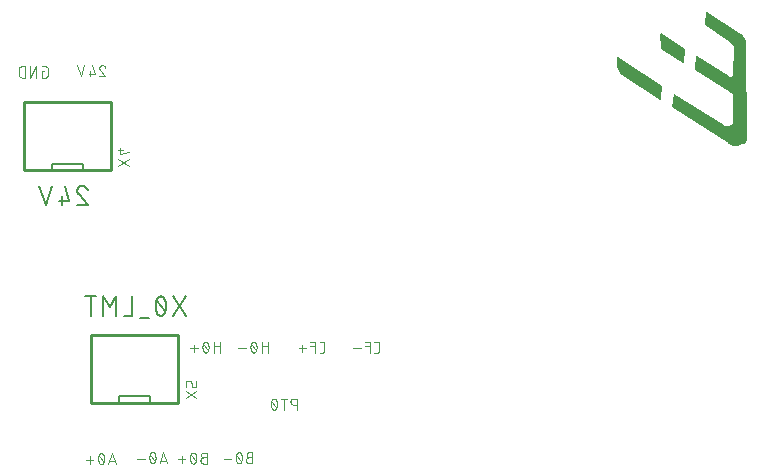
<source format=gbr>
G04 EAGLE Gerber RS-274X export*
G75*
%MOMM*%
%FSLAX34Y34*%
%LPD*%
%INSilkscreen Bottom*%
%IPPOS*%
%AMOC8*
5,1,8,0,0,1.08239X$1,22.5*%
G01*
%ADD10C,0.152400*%
%ADD11C,0.076200*%
%ADD12C,0.254000*%
%ADD13C,0.200000*%
%ADD14C,0.101600*%

G36*
X910878Y482846D02*
X910878Y482846D01*
X910906Y482854D01*
X910946Y482855D01*
X912768Y483271D01*
X912794Y483283D01*
X912833Y483292D01*
X914550Y484029D01*
X914553Y484031D01*
X914557Y484032D01*
X915520Y484468D01*
X915546Y484488D01*
X915590Y484509D01*
X916437Y485141D01*
X916459Y485167D01*
X916497Y485197D01*
X917189Y485996D01*
X917205Y486025D01*
X917236Y486063D01*
X917741Y486991D01*
X917750Y487024D01*
X917772Y487067D01*
X918067Y488082D01*
X918069Y488111D01*
X918081Y488215D01*
X918057Y488562D01*
X918061Y488588D01*
X918073Y488611D01*
X918072Y488646D01*
X918082Y488697D01*
X917828Y567941D01*
X917841Y569456D01*
X917835Y569480D01*
X917837Y569512D01*
X917626Y571013D01*
X917618Y571033D01*
X917617Y571052D01*
X917615Y571056D01*
X917614Y571068D01*
X917183Y572521D01*
X917171Y572542D01*
X917163Y572573D01*
X916523Y573947D01*
X916505Y573970D01*
X916488Y574006D01*
X915299Y575682D01*
X915279Y575700D01*
X915258Y575731D01*
X913805Y577184D01*
X913782Y577199D01*
X913756Y577225D01*
X912080Y578414D01*
X912074Y578416D01*
X912069Y578422D01*
X884637Y596456D01*
X884584Y596475D01*
X884535Y596503D01*
X884504Y596505D01*
X884474Y596515D01*
X884418Y596509D01*
X884362Y596512D01*
X884333Y596500D01*
X884302Y596497D01*
X884254Y596466D01*
X884202Y596444D01*
X884182Y596420D01*
X884156Y596404D01*
X884127Y596355D01*
X884090Y596312D01*
X884080Y596278D01*
X884066Y596255D01*
X884063Y596221D01*
X884049Y596173D01*
X883033Y585251D01*
X883040Y585207D01*
X883036Y585162D01*
X883051Y585122D01*
X883057Y585080D01*
X883082Y585042D01*
X883099Y585001D01*
X883135Y584965D01*
X883154Y584936D01*
X883177Y584923D01*
X883202Y584899D01*
X904269Y570939D01*
X905309Y570099D01*
X906162Y569092D01*
X906811Y567944D01*
X907234Y566694D01*
X907415Y565384D01*
X906655Y542835D01*
X906583Y542386D01*
X906412Y541992D01*
X906148Y541652D01*
X905808Y541388D01*
X905414Y541217D01*
X904983Y541148D01*
X904355Y541185D01*
X903738Y541339D01*
X903152Y541609D01*
X875996Y558867D01*
X875949Y558883D01*
X875907Y558908D01*
X875869Y558911D01*
X875832Y558924D01*
X875783Y558918D01*
X875734Y558922D01*
X875699Y558908D01*
X875660Y558903D01*
X875619Y558876D01*
X875574Y558857D01*
X875548Y558829D01*
X875516Y558807D01*
X875491Y558765D01*
X875458Y558728D01*
X875445Y558685D01*
X875429Y558658D01*
X875427Y558628D01*
X875414Y558590D01*
X874144Y547668D01*
X874150Y547616D01*
X874147Y547564D01*
X874160Y547531D01*
X874164Y547496D01*
X874192Y547452D01*
X874212Y547403D01*
X874242Y547375D01*
X874258Y547350D01*
X874285Y547334D01*
X874318Y547303D01*
X903768Y528516D01*
X905095Y527507D01*
X906225Y526307D01*
X906587Y525744D01*
X906826Y525123D01*
X906935Y524466D01*
X906908Y523763D01*
X906909Y523760D01*
X906908Y523757D01*
X906400Y502675D01*
X906400Y502674D01*
X906400Y502673D01*
X906389Y502070D01*
X906234Y501540D01*
X905945Y501070D01*
X905545Y500696D01*
X904510Y500186D01*
X904339Y500101D01*
X903030Y499692D01*
X901696Y499494D01*
X900627Y499630D01*
X899578Y499953D01*
X898586Y500457D01*
X856946Y526863D01*
X856899Y526879D01*
X856857Y526904D01*
X856819Y526907D01*
X856782Y526920D01*
X856733Y526914D01*
X856684Y526918D01*
X856649Y526903D01*
X856610Y526899D01*
X856569Y526872D01*
X856524Y526853D01*
X856498Y526824D01*
X856466Y526803D01*
X856441Y526761D01*
X856408Y526724D01*
X856394Y526681D01*
X856378Y526653D01*
X856376Y526624D01*
X856364Y526586D01*
X855094Y515664D01*
X855100Y515611D01*
X855097Y515558D01*
X855110Y515526D01*
X855114Y515492D01*
X855143Y515447D01*
X855163Y515398D01*
X855192Y515371D01*
X855208Y515346D01*
X855235Y515330D01*
X855268Y515299D01*
X901715Y485857D01*
X901939Y485633D01*
X901989Y485602D01*
X902034Y485564D01*
X902062Y485557D01*
X902086Y485542D01*
X902145Y485536D01*
X902180Y485527D01*
X903511Y484577D01*
X903530Y484569D01*
X903550Y484552D01*
X905189Y483656D01*
X905217Y483648D01*
X905252Y483628D01*
X907025Y483042D01*
X907055Y483039D01*
X907092Y483026D01*
X908943Y482769D01*
X908972Y482772D01*
X909012Y482766D01*
X910878Y482846D01*
G37*
G36*
X845328Y521853D02*
X845328Y521853D01*
X845387Y521851D01*
X845413Y521863D01*
X845441Y521866D01*
X845491Y521899D01*
X845545Y521923D01*
X845562Y521945D01*
X845586Y521961D01*
X845616Y522012D01*
X845654Y522058D01*
X845662Y522089D01*
X845675Y522110D01*
X845677Y522145D01*
X845691Y522198D01*
X846453Y533120D01*
X846447Y533160D01*
X846450Y533201D01*
X846433Y533244D01*
X846426Y533291D01*
X846402Y533324D01*
X846387Y533362D01*
X846346Y533402D01*
X846325Y533432D01*
X846305Y533442D01*
X846283Y533463D01*
X812003Y556063D01*
X808964Y558342D01*
X808887Y558376D01*
X808808Y558411D01*
X808807Y558411D01*
X808806Y558412D01*
X808721Y558408D01*
X808635Y558405D01*
X808634Y558404D01*
X808632Y558404D01*
X808557Y558362D01*
X808483Y558322D01*
X808482Y558321D01*
X808481Y558320D01*
X808431Y558248D01*
X808383Y558180D01*
X808383Y558179D01*
X808382Y558177D01*
X808380Y558165D01*
X808356Y558038D01*
X808356Y552196D01*
X808359Y552181D01*
X808357Y552163D01*
X808541Y550084D01*
X808550Y550057D01*
X808553Y550018D01*
X808590Y549882D01*
X808590Y549881D01*
X808693Y549501D01*
X808796Y549121D01*
X808899Y548741D01*
X809002Y548361D01*
X809002Y548360D01*
X809099Y548004D01*
X809109Y547984D01*
X809110Y547980D01*
X809114Y547972D01*
X809122Y547941D01*
X810013Y546054D01*
X810031Y546031D01*
X810047Y545996D01*
X811256Y544295D01*
X811277Y544276D01*
X811299Y544244D01*
X812787Y542781D01*
X812815Y542764D01*
X812848Y542733D01*
X845106Y521905D01*
X845162Y521885D01*
X845214Y521857D01*
X845242Y521856D01*
X845269Y521846D01*
X845328Y521853D01*
G37*
G36*
X864369Y552840D02*
X864369Y552840D01*
X864422Y552836D01*
X864454Y552850D01*
X864488Y552853D01*
X864533Y552882D01*
X864582Y552902D01*
X864605Y552928D01*
X864634Y552946D01*
X864662Y552992D01*
X864697Y553032D01*
X864709Y553070D01*
X864724Y553095D01*
X864726Y553127D01*
X864740Y553170D01*
X866010Y564600D01*
X866004Y564650D01*
X866008Y564700D01*
X865994Y564735D01*
X865989Y564772D01*
X865962Y564814D01*
X865943Y564861D01*
X865911Y564891D01*
X865895Y564917D01*
X865869Y564932D01*
X865838Y564961D01*
X845772Y577915D01*
X845701Y577941D01*
X845631Y577971D01*
X845620Y577970D01*
X845609Y577974D01*
X845534Y577965D01*
X845458Y577961D01*
X845448Y577955D01*
X845437Y577954D01*
X845373Y577912D01*
X845307Y577875D01*
X845301Y577865D01*
X845292Y577859D01*
X845253Y577794D01*
X845210Y577731D01*
X845208Y577719D01*
X845203Y577710D01*
X845201Y577673D01*
X845186Y577588D01*
X845440Y565396D01*
X845446Y565373D01*
X845444Y565349D01*
X845467Y565290D01*
X845483Y565228D01*
X845499Y565210D01*
X845507Y565188D01*
X845573Y565124D01*
X845596Y565097D01*
X845604Y565094D01*
X845611Y565086D01*
X864153Y552894D01*
X864203Y552876D01*
X864249Y552849D01*
X864283Y552847D01*
X864316Y552835D01*
X864369Y552840D01*
G37*
D10*
X443230Y339090D02*
X432393Y355346D01*
X443230Y355346D02*
X432393Y339090D01*
X426695Y347218D02*
X426691Y347538D01*
X426680Y347857D01*
X426661Y348177D01*
X426634Y348495D01*
X426600Y348813D01*
X426558Y349130D01*
X426508Y349446D01*
X426451Y349761D01*
X426387Y350074D01*
X426315Y350386D01*
X426236Y350696D01*
X426149Y351003D01*
X426055Y351309D01*
X425954Y351612D01*
X425845Y351913D01*
X425730Y352211D01*
X425607Y352507D01*
X425477Y352799D01*
X425340Y353088D01*
X425341Y353089D02*
X425302Y353197D01*
X425259Y353304D01*
X425213Y353409D01*
X425162Y353513D01*
X425109Y353615D01*
X425052Y353715D01*
X424991Y353813D01*
X424927Y353908D01*
X424860Y354002D01*
X424789Y354093D01*
X424716Y354182D01*
X424639Y354268D01*
X424560Y354351D01*
X424478Y354432D01*
X424393Y354510D01*
X424305Y354584D01*
X424215Y354656D01*
X424123Y354724D01*
X424028Y354790D01*
X423931Y354852D01*
X423832Y354910D01*
X423730Y354966D01*
X423628Y355017D01*
X423523Y355065D01*
X423417Y355110D01*
X423309Y355151D01*
X423200Y355188D01*
X423090Y355221D01*
X422978Y355250D01*
X422866Y355276D01*
X422753Y355298D01*
X422639Y355315D01*
X422525Y355329D01*
X422410Y355339D01*
X422295Y355345D01*
X422180Y355347D01*
X422180Y355346D02*
X422065Y355344D01*
X421950Y355338D01*
X421835Y355328D01*
X421721Y355314D01*
X421607Y355297D01*
X421494Y355275D01*
X421382Y355249D01*
X421270Y355220D01*
X421160Y355187D01*
X421051Y355150D01*
X420943Y355109D01*
X420837Y355064D01*
X420733Y355016D01*
X420630Y354965D01*
X420529Y354909D01*
X420429Y354851D01*
X420332Y354789D01*
X420238Y354724D01*
X420145Y354655D01*
X420055Y354583D01*
X419967Y354509D01*
X419882Y354431D01*
X419800Y354350D01*
X419721Y354267D01*
X419644Y354181D01*
X419571Y354092D01*
X419500Y354001D01*
X419433Y353907D01*
X419369Y353812D01*
X419308Y353714D01*
X419251Y353614D01*
X419198Y353512D01*
X419147Y353408D01*
X419101Y353303D01*
X419058Y353196D01*
X419019Y353088D01*
X419020Y353088D02*
X418883Y352799D01*
X418753Y352507D01*
X418630Y352211D01*
X418515Y351913D01*
X418406Y351612D01*
X418305Y351309D01*
X418211Y351003D01*
X418124Y350696D01*
X418045Y350386D01*
X417973Y350074D01*
X417909Y349761D01*
X417852Y349446D01*
X417802Y349130D01*
X417760Y348813D01*
X417726Y348495D01*
X417699Y348177D01*
X417680Y347857D01*
X417669Y347538D01*
X417665Y347218D01*
X426695Y347218D02*
X426691Y346898D01*
X426680Y346579D01*
X426661Y346259D01*
X426634Y345941D01*
X426600Y345623D01*
X426558Y345306D01*
X426508Y344990D01*
X426451Y344675D01*
X426387Y344362D01*
X426315Y344050D01*
X426236Y343740D01*
X426149Y343433D01*
X426055Y343127D01*
X425954Y342824D01*
X425845Y342523D01*
X425730Y342225D01*
X425607Y341929D01*
X425477Y341637D01*
X425340Y341348D01*
X425341Y341348D02*
X425302Y341240D01*
X425259Y341133D01*
X425213Y341028D01*
X425162Y340924D01*
X425109Y340822D01*
X425052Y340722D01*
X424991Y340624D01*
X424927Y340529D01*
X424860Y340435D01*
X424789Y340344D01*
X424716Y340255D01*
X424639Y340169D01*
X424560Y340086D01*
X424478Y340005D01*
X424393Y339927D01*
X424305Y339853D01*
X424215Y339781D01*
X424122Y339712D01*
X424028Y339647D01*
X423931Y339585D01*
X423831Y339527D01*
X423730Y339471D01*
X423628Y339420D01*
X423523Y339372D01*
X423417Y339327D01*
X423309Y339286D01*
X423200Y339249D01*
X423090Y339216D01*
X422978Y339187D01*
X422866Y339161D01*
X422753Y339139D01*
X422639Y339122D01*
X422525Y339108D01*
X422410Y339098D01*
X422295Y339092D01*
X422180Y339090D01*
X419020Y341348D02*
X418883Y341637D01*
X418753Y341929D01*
X418630Y342225D01*
X418515Y342523D01*
X418406Y342824D01*
X418305Y343127D01*
X418211Y343433D01*
X418124Y343740D01*
X418045Y344050D01*
X417973Y344362D01*
X417909Y344675D01*
X417852Y344990D01*
X417802Y345306D01*
X417760Y345623D01*
X417726Y345941D01*
X417699Y346259D01*
X417680Y346579D01*
X417669Y346898D01*
X417665Y347218D01*
X419019Y341348D02*
X419058Y341240D01*
X419101Y341133D01*
X419147Y341028D01*
X419198Y340924D01*
X419251Y340822D01*
X419309Y340722D01*
X419369Y340624D01*
X419433Y340529D01*
X419500Y340435D01*
X419571Y340344D01*
X419644Y340255D01*
X419721Y340169D01*
X419800Y340086D01*
X419882Y340005D01*
X419967Y339927D01*
X420055Y339853D01*
X420145Y339781D01*
X420238Y339712D01*
X420332Y339647D01*
X420429Y339585D01*
X420529Y339527D01*
X420630Y339471D01*
X420733Y339420D01*
X420837Y339372D01*
X420943Y339327D01*
X421051Y339286D01*
X421160Y339249D01*
X421270Y339216D01*
X421382Y339187D01*
X421494Y339161D01*
X421607Y339139D01*
X421721Y339122D01*
X421835Y339108D01*
X421950Y339098D01*
X422065Y339092D01*
X422180Y339090D01*
X425793Y342702D02*
X418568Y351734D01*
X411724Y337284D02*
X404500Y337284D01*
X398009Y339090D02*
X398009Y355346D01*
X398009Y339090D02*
X390784Y339090D01*
X384352Y339090D02*
X384352Y355346D01*
X378934Y346315D01*
X373515Y355346D01*
X373515Y339090D01*
X362781Y339090D02*
X362781Y355346D01*
X358266Y355346D02*
X367297Y355346D01*
X351395Y445008D02*
X351397Y445133D01*
X351403Y445258D01*
X351412Y445383D01*
X351426Y445507D01*
X351443Y445631D01*
X351464Y445755D01*
X351489Y445877D01*
X351518Y445999D01*
X351550Y446120D01*
X351586Y446240D01*
X351626Y446359D01*
X351669Y446476D01*
X351716Y446592D01*
X351767Y446707D01*
X351821Y446819D01*
X351879Y446931D01*
X351939Y447040D01*
X352004Y447147D01*
X352071Y447253D01*
X352142Y447356D01*
X352216Y447457D01*
X352293Y447556D01*
X352373Y447652D01*
X352456Y447746D01*
X352541Y447837D01*
X352630Y447926D01*
X352721Y448011D01*
X352815Y448094D01*
X352911Y448174D01*
X353010Y448251D01*
X353111Y448325D01*
X353214Y448396D01*
X353320Y448463D01*
X353427Y448528D01*
X353536Y448588D01*
X353648Y448646D01*
X353760Y448700D01*
X353875Y448751D01*
X353991Y448798D01*
X354108Y448841D01*
X354227Y448881D01*
X354347Y448917D01*
X354468Y448949D01*
X354590Y448978D01*
X354712Y449003D01*
X354836Y449024D01*
X354960Y449041D01*
X355084Y449055D01*
X355209Y449064D01*
X355334Y449070D01*
X355459Y449072D01*
X355602Y449070D01*
X355744Y449064D01*
X355887Y449054D01*
X356029Y449041D01*
X356170Y449023D01*
X356312Y449002D01*
X356452Y448977D01*
X356592Y448948D01*
X356731Y448915D01*
X356869Y448878D01*
X357006Y448838D01*
X357141Y448794D01*
X357276Y448746D01*
X357409Y448694D01*
X357541Y448639D01*
X357671Y448580D01*
X357799Y448518D01*
X357926Y448452D01*
X358051Y448383D01*
X358174Y448311D01*
X358295Y448235D01*
X358413Y448156D01*
X358530Y448073D01*
X358644Y447988D01*
X358756Y447899D01*
X358865Y447808D01*
X358972Y447713D01*
X359077Y447616D01*
X359178Y447515D01*
X359277Y447412D01*
X359373Y447307D01*
X359466Y447198D01*
X359556Y447087D01*
X359643Y446974D01*
X359727Y446859D01*
X359807Y446741D01*
X359885Y446621D01*
X359959Y446499D01*
X360029Y446375D01*
X360097Y446249D01*
X360160Y446121D01*
X360221Y445992D01*
X360278Y445861D01*
X360331Y445729D01*
X360380Y445595D01*
X360426Y445460D01*
X352750Y441847D02*
X352656Y441939D01*
X352566Y442033D01*
X352478Y442130D01*
X352393Y442230D01*
X352311Y442332D01*
X352232Y442437D01*
X352157Y442544D01*
X352085Y442653D01*
X352016Y442764D01*
X351950Y442878D01*
X351888Y442993D01*
X351829Y443110D01*
X351774Y443229D01*
X351723Y443349D01*
X351675Y443471D01*
X351630Y443594D01*
X351590Y443718D01*
X351553Y443844D01*
X351520Y443971D01*
X351491Y444098D01*
X351465Y444227D01*
X351444Y444356D01*
X351426Y444486D01*
X351413Y444616D01*
X351403Y444746D01*
X351397Y444877D01*
X351395Y445008D01*
X352750Y441847D02*
X360426Y432816D01*
X351395Y432816D01*
X344795Y436428D02*
X341182Y449072D01*
X344795Y436428D02*
X335764Y436428D01*
X338473Y440041D02*
X338473Y432816D01*
X324648Y432816D02*
X330067Y449072D01*
X319229Y449072D02*
X324648Y432816D01*
D11*
X370063Y548704D02*
X370065Y548799D01*
X370071Y548893D01*
X370080Y548987D01*
X370093Y549081D01*
X370110Y549174D01*
X370131Y549266D01*
X370156Y549358D01*
X370184Y549448D01*
X370216Y549537D01*
X370251Y549625D01*
X370290Y549711D01*
X370332Y549796D01*
X370378Y549879D01*
X370427Y549960D01*
X370479Y550039D01*
X370534Y550116D01*
X370593Y550190D01*
X370654Y550262D01*
X370718Y550332D01*
X370785Y550399D01*
X370855Y550463D01*
X370927Y550524D01*
X371001Y550583D01*
X371078Y550638D01*
X371157Y550690D01*
X371238Y550739D01*
X371321Y550785D01*
X371406Y550827D01*
X371492Y550866D01*
X371580Y550901D01*
X371669Y550933D01*
X371759Y550961D01*
X371851Y550986D01*
X371943Y551007D01*
X372036Y551024D01*
X372130Y551037D01*
X372224Y551046D01*
X372318Y551052D01*
X372413Y551054D01*
X372413Y551053D02*
X372521Y551051D01*
X372630Y551045D01*
X372738Y551035D01*
X372845Y551022D01*
X372952Y551004D01*
X373059Y550983D01*
X373164Y550958D01*
X373269Y550929D01*
X373372Y550897D01*
X373474Y550860D01*
X373575Y550820D01*
X373674Y550777D01*
X373772Y550730D01*
X373868Y550679D01*
X373962Y550625D01*
X374054Y550568D01*
X374144Y550507D01*
X374232Y550443D01*
X374317Y550377D01*
X374400Y550307D01*
X374480Y550234D01*
X374558Y550158D01*
X374633Y550080D01*
X374705Y549999D01*
X374774Y549915D01*
X374840Y549829D01*
X374903Y549741D01*
X374962Y549650D01*
X375019Y549558D01*
X375072Y549463D01*
X375121Y549366D01*
X375167Y549268D01*
X375210Y549169D01*
X375249Y549067D01*
X375284Y548965D01*
X370847Y546876D02*
X370778Y546945D01*
X370712Y547016D01*
X370648Y547089D01*
X370587Y547165D01*
X370529Y547244D01*
X370475Y547324D01*
X370423Y547407D01*
X370375Y547491D01*
X370329Y547577D01*
X370288Y547665D01*
X370249Y547755D01*
X370214Y547846D01*
X370183Y547938D01*
X370155Y548031D01*
X370131Y548125D01*
X370111Y548220D01*
X370094Y548316D01*
X370081Y548413D01*
X370072Y548510D01*
X370066Y548607D01*
X370064Y548704D01*
X370847Y546876D02*
X375285Y541655D01*
X370064Y541655D01*
X366141Y543743D02*
X364053Y551053D01*
X366141Y543743D02*
X360920Y543743D01*
X362486Y545832D02*
X362486Y541655D01*
X354387Y541655D02*
X357519Y551053D01*
X351254Y551053D02*
X354387Y541655D01*
X322862Y545860D02*
X321296Y545860D01*
X321296Y540639D01*
X324429Y540639D01*
X324518Y540641D01*
X324606Y540647D01*
X324694Y540656D01*
X324782Y540669D01*
X324869Y540686D01*
X324955Y540706D01*
X325040Y540731D01*
X325125Y540758D01*
X325208Y540790D01*
X325289Y540824D01*
X325369Y540863D01*
X325447Y540904D01*
X325524Y540949D01*
X325598Y540997D01*
X325671Y541048D01*
X325741Y541102D01*
X325808Y541160D01*
X325874Y541220D01*
X325936Y541282D01*
X325996Y541348D01*
X326054Y541415D01*
X326108Y541485D01*
X326159Y541558D01*
X326207Y541632D01*
X326252Y541709D01*
X326293Y541787D01*
X326332Y541867D01*
X326366Y541948D01*
X326398Y542031D01*
X326425Y542116D01*
X326450Y542201D01*
X326470Y542287D01*
X326487Y542374D01*
X326500Y542462D01*
X326509Y542550D01*
X326515Y542638D01*
X326517Y542727D01*
X326517Y547949D01*
X326515Y548038D01*
X326509Y548126D01*
X326500Y548214D01*
X326487Y548302D01*
X326470Y548389D01*
X326450Y548475D01*
X326425Y548560D01*
X326398Y548645D01*
X326366Y548728D01*
X326332Y548809D01*
X326293Y548889D01*
X326252Y548967D01*
X326207Y549044D01*
X326159Y549118D01*
X326108Y549191D01*
X326054Y549261D01*
X325996Y549328D01*
X325936Y549394D01*
X325874Y549456D01*
X325808Y549516D01*
X325741Y549574D01*
X325671Y549628D01*
X325598Y549679D01*
X325524Y549727D01*
X325447Y549772D01*
X325369Y549813D01*
X325289Y549852D01*
X325208Y549886D01*
X325125Y549918D01*
X325040Y549945D01*
X324955Y549970D01*
X324869Y549990D01*
X324782Y550007D01*
X324694Y550020D01*
X324606Y550029D01*
X324518Y550035D01*
X324429Y550037D01*
X321296Y550037D01*
X316763Y550037D02*
X316763Y540639D01*
X311542Y540639D02*
X316763Y550037D01*
X311542Y550037D02*
X311542Y540639D01*
X307010Y540639D02*
X307010Y550037D01*
X304399Y550037D01*
X304299Y550035D01*
X304199Y550029D01*
X304100Y550020D01*
X304000Y550006D01*
X303902Y549989D01*
X303804Y549968D01*
X303707Y549944D01*
X303611Y549915D01*
X303516Y549883D01*
X303423Y549848D01*
X303331Y549809D01*
X303240Y549766D01*
X303152Y549720D01*
X303065Y549670D01*
X302980Y549618D01*
X302897Y549562D01*
X302816Y549503D01*
X302738Y549440D01*
X302662Y549375D01*
X302588Y549307D01*
X302518Y549237D01*
X302450Y549163D01*
X302385Y549087D01*
X302322Y549009D01*
X302263Y548928D01*
X302207Y548845D01*
X302155Y548760D01*
X302105Y548673D01*
X302059Y548585D01*
X302016Y548494D01*
X301977Y548402D01*
X301942Y548309D01*
X301910Y548214D01*
X301881Y548118D01*
X301857Y548021D01*
X301836Y547923D01*
X301819Y547825D01*
X301805Y547725D01*
X301796Y547626D01*
X301790Y547526D01*
X301788Y547426D01*
X301789Y547426D02*
X301789Y543250D01*
X301788Y543250D02*
X301790Y543150D01*
X301796Y543050D01*
X301805Y542951D01*
X301819Y542851D01*
X301836Y542753D01*
X301857Y542655D01*
X301881Y542558D01*
X301910Y542462D01*
X301942Y542367D01*
X301977Y542274D01*
X302016Y542182D01*
X302059Y542091D01*
X302105Y542003D01*
X302155Y541916D01*
X302207Y541831D01*
X302263Y541748D01*
X302322Y541667D01*
X302385Y541589D01*
X302450Y541513D01*
X302518Y541439D01*
X302588Y541369D01*
X302662Y541301D01*
X302738Y541236D01*
X302816Y541173D01*
X302897Y541114D01*
X302980Y541058D01*
X303065Y541006D01*
X303152Y540956D01*
X303240Y540910D01*
X303331Y540867D01*
X303423Y540828D01*
X303516Y540793D01*
X303611Y540761D01*
X303707Y540732D01*
X303804Y540708D01*
X303902Y540687D01*
X304000Y540670D01*
X304100Y540656D01*
X304199Y540647D01*
X304299Y540641D01*
X304399Y540639D01*
X307010Y540639D01*
X603010Y307721D02*
X605099Y307721D01*
X605188Y307723D01*
X605276Y307729D01*
X605364Y307738D01*
X605452Y307751D01*
X605539Y307768D01*
X605625Y307788D01*
X605710Y307813D01*
X605795Y307840D01*
X605878Y307872D01*
X605959Y307906D01*
X606039Y307945D01*
X606117Y307986D01*
X606194Y308031D01*
X606268Y308079D01*
X606341Y308130D01*
X606411Y308184D01*
X606478Y308242D01*
X606544Y308302D01*
X606606Y308364D01*
X606666Y308430D01*
X606724Y308497D01*
X606778Y308567D01*
X606829Y308640D01*
X606877Y308714D01*
X606922Y308791D01*
X606963Y308869D01*
X607002Y308949D01*
X607036Y309030D01*
X607068Y309113D01*
X607095Y309198D01*
X607120Y309283D01*
X607140Y309369D01*
X607157Y309456D01*
X607170Y309544D01*
X607179Y309632D01*
X607185Y309720D01*
X607187Y309809D01*
X607187Y315031D01*
X607185Y315120D01*
X607179Y315208D01*
X607170Y315296D01*
X607157Y315384D01*
X607140Y315471D01*
X607120Y315557D01*
X607095Y315642D01*
X607068Y315727D01*
X607036Y315810D01*
X607002Y315891D01*
X606963Y315971D01*
X606922Y316049D01*
X606877Y316126D01*
X606829Y316200D01*
X606778Y316273D01*
X606724Y316343D01*
X606666Y316410D01*
X606606Y316476D01*
X606544Y316538D01*
X606478Y316598D01*
X606411Y316656D01*
X606341Y316710D01*
X606268Y316761D01*
X606194Y316809D01*
X606117Y316854D01*
X606039Y316895D01*
X605959Y316934D01*
X605878Y316968D01*
X605795Y317000D01*
X605710Y317027D01*
X605625Y317052D01*
X605539Y317072D01*
X605452Y317089D01*
X605364Y317102D01*
X605276Y317111D01*
X605188Y317117D01*
X605099Y317119D01*
X603010Y317119D01*
X599219Y317119D02*
X599219Y307721D01*
X599219Y317119D02*
X595042Y317119D01*
X595042Y312942D02*
X599219Y312942D01*
X591529Y311376D02*
X585264Y311376D01*
X558617Y307721D02*
X556528Y307721D01*
X558617Y307721D02*
X558706Y307723D01*
X558794Y307729D01*
X558882Y307738D01*
X558970Y307751D01*
X559057Y307768D01*
X559143Y307788D01*
X559228Y307813D01*
X559313Y307840D01*
X559396Y307872D01*
X559477Y307906D01*
X559557Y307945D01*
X559635Y307986D01*
X559712Y308031D01*
X559786Y308079D01*
X559859Y308130D01*
X559929Y308184D01*
X559996Y308242D01*
X560062Y308302D01*
X560124Y308364D01*
X560184Y308430D01*
X560242Y308497D01*
X560296Y308567D01*
X560347Y308640D01*
X560395Y308714D01*
X560440Y308791D01*
X560481Y308869D01*
X560520Y308949D01*
X560554Y309030D01*
X560586Y309113D01*
X560613Y309198D01*
X560638Y309283D01*
X560658Y309369D01*
X560675Y309456D01*
X560688Y309544D01*
X560697Y309632D01*
X560703Y309720D01*
X560705Y309809D01*
X560705Y315031D01*
X560703Y315120D01*
X560697Y315208D01*
X560688Y315296D01*
X560675Y315384D01*
X560658Y315471D01*
X560638Y315557D01*
X560613Y315642D01*
X560586Y315727D01*
X560554Y315810D01*
X560520Y315891D01*
X560481Y315971D01*
X560440Y316049D01*
X560395Y316126D01*
X560347Y316200D01*
X560296Y316273D01*
X560242Y316343D01*
X560184Y316410D01*
X560124Y316476D01*
X560062Y316538D01*
X559996Y316598D01*
X559929Y316656D01*
X559859Y316710D01*
X559786Y316761D01*
X559712Y316809D01*
X559635Y316854D01*
X559557Y316895D01*
X559477Y316934D01*
X559396Y316968D01*
X559313Y317000D01*
X559228Y317027D01*
X559143Y317052D01*
X559057Y317072D01*
X558970Y317089D01*
X558882Y317102D01*
X558794Y317111D01*
X558706Y317117D01*
X558617Y317119D01*
X556528Y317119D01*
X552737Y317119D02*
X552737Y307721D01*
X552737Y317119D02*
X548560Y317119D01*
X548560Y312942D02*
X552737Y312942D01*
X545047Y311376D02*
X538782Y311376D01*
X541914Y314508D02*
X541914Y308243D01*
X537083Y268859D02*
X537083Y259461D01*
X537083Y268859D02*
X534472Y268859D01*
X534371Y268857D01*
X534270Y268851D01*
X534169Y268841D01*
X534069Y268828D01*
X533969Y268810D01*
X533870Y268789D01*
X533772Y268763D01*
X533675Y268734D01*
X533579Y268702D01*
X533485Y268665D01*
X533392Y268625D01*
X533300Y268581D01*
X533211Y268534D01*
X533123Y268483D01*
X533037Y268429D01*
X532954Y268372D01*
X532872Y268312D01*
X532794Y268248D01*
X532717Y268182D01*
X532644Y268112D01*
X532573Y268040D01*
X532505Y267965D01*
X532440Y267887D01*
X532378Y267807D01*
X532319Y267725D01*
X532263Y267640D01*
X532211Y267554D01*
X532162Y267465D01*
X532116Y267374D01*
X532075Y267282D01*
X532036Y267188D01*
X532002Y267093D01*
X531971Y266997D01*
X531944Y266899D01*
X531920Y266801D01*
X531901Y266701D01*
X531885Y266601D01*
X531873Y266501D01*
X531865Y266400D01*
X531861Y266299D01*
X531861Y266197D01*
X531865Y266096D01*
X531873Y265995D01*
X531885Y265895D01*
X531901Y265795D01*
X531920Y265695D01*
X531944Y265597D01*
X531971Y265499D01*
X532002Y265403D01*
X532036Y265308D01*
X532075Y265214D01*
X532116Y265122D01*
X532162Y265031D01*
X532211Y264943D01*
X532263Y264856D01*
X532319Y264771D01*
X532378Y264689D01*
X532440Y264609D01*
X532505Y264531D01*
X532573Y264456D01*
X532644Y264384D01*
X532717Y264314D01*
X532794Y264248D01*
X532872Y264184D01*
X532954Y264124D01*
X533037Y264067D01*
X533123Y264013D01*
X533211Y263962D01*
X533300Y263915D01*
X533392Y263871D01*
X533485Y263831D01*
X533579Y263794D01*
X533675Y263762D01*
X533772Y263733D01*
X533870Y263707D01*
X533969Y263686D01*
X534069Y263668D01*
X534169Y263655D01*
X534270Y263645D01*
X534371Y263639D01*
X534472Y263637D01*
X534472Y263638D02*
X537083Y263638D01*
X526374Y259461D02*
X526374Y268859D01*
X523764Y268859D02*
X528985Y268859D01*
X519668Y267554D02*
X519747Y267387D01*
X519822Y267218D01*
X519893Y267047D01*
X519960Y266875D01*
X520022Y266701D01*
X520081Y266525D01*
X520135Y266349D01*
X520185Y266171D01*
X520231Y265991D01*
X520273Y265811D01*
X520310Y265630D01*
X520343Y265448D01*
X520372Y265266D01*
X520396Y265082D01*
X520416Y264898D01*
X520431Y264714D01*
X520442Y264530D01*
X520449Y264345D01*
X520451Y264160D01*
X519668Y267554D02*
X519638Y267634D01*
X519605Y267713D01*
X519568Y267790D01*
X519528Y267866D01*
X519485Y267940D01*
X519439Y268012D01*
X519389Y268081D01*
X519337Y268149D01*
X519281Y268214D01*
X519223Y268277D01*
X519161Y268336D01*
X519098Y268394D01*
X519031Y268448D01*
X518963Y268499D01*
X518892Y268547D01*
X518819Y268592D01*
X518745Y268634D01*
X518668Y268672D01*
X518590Y268707D01*
X518511Y268739D01*
X518430Y268767D01*
X518348Y268791D01*
X518264Y268812D01*
X518181Y268829D01*
X518096Y268842D01*
X518011Y268851D01*
X517926Y268857D01*
X517840Y268859D01*
X517754Y268857D01*
X517669Y268851D01*
X517584Y268842D01*
X517499Y268829D01*
X517416Y268812D01*
X517332Y268791D01*
X517250Y268767D01*
X517170Y268739D01*
X517090Y268707D01*
X517012Y268672D01*
X516935Y268634D01*
X516861Y268592D01*
X516788Y268547D01*
X516717Y268499D01*
X516649Y268448D01*
X516582Y268394D01*
X516519Y268336D01*
X516458Y268277D01*
X516399Y268214D01*
X516344Y268149D01*
X516291Y268081D01*
X516241Y268012D01*
X516195Y267940D01*
X516152Y267866D01*
X516112Y267790D01*
X516075Y267713D01*
X516042Y267634D01*
X516012Y267554D01*
X515933Y267387D01*
X515858Y267218D01*
X515787Y267047D01*
X515720Y266875D01*
X515658Y266701D01*
X515599Y266525D01*
X515545Y266349D01*
X515495Y266171D01*
X515449Y265991D01*
X515407Y265811D01*
X515370Y265630D01*
X515337Y265448D01*
X515308Y265266D01*
X515284Y265082D01*
X515264Y264898D01*
X515249Y264714D01*
X515238Y264530D01*
X515231Y264345D01*
X515229Y264160D01*
X520450Y264160D02*
X520448Y263975D01*
X520441Y263790D01*
X520430Y263606D01*
X520415Y263422D01*
X520395Y263238D01*
X520371Y263054D01*
X520342Y262872D01*
X520309Y262690D01*
X520272Y262509D01*
X520230Y262329D01*
X520184Y262149D01*
X520134Y261971D01*
X520080Y261795D01*
X520021Y261619D01*
X519959Y261445D01*
X519892Y261273D01*
X519821Y261102D01*
X519746Y260933D01*
X519667Y260766D01*
X519668Y260766D02*
X519638Y260686D01*
X519605Y260607D01*
X519568Y260530D01*
X519528Y260454D01*
X519485Y260380D01*
X519439Y260308D01*
X519389Y260239D01*
X519336Y260171D01*
X519281Y260106D01*
X519222Y260043D01*
X519161Y259984D01*
X519098Y259926D01*
X519031Y259872D01*
X518963Y259821D01*
X518892Y259773D01*
X518819Y259728D01*
X518745Y259686D01*
X518668Y259648D01*
X518590Y259613D01*
X518511Y259581D01*
X518430Y259553D01*
X518348Y259529D01*
X518264Y259508D01*
X518181Y259491D01*
X518096Y259478D01*
X518011Y259469D01*
X517926Y259463D01*
X517840Y259461D01*
X516012Y260766D02*
X515933Y260933D01*
X515858Y261102D01*
X515787Y261273D01*
X515720Y261445D01*
X515658Y261619D01*
X515599Y261795D01*
X515545Y261971D01*
X515495Y262149D01*
X515449Y262329D01*
X515407Y262509D01*
X515370Y262690D01*
X515337Y262872D01*
X515308Y263054D01*
X515284Y263238D01*
X515264Y263422D01*
X515249Y263606D01*
X515238Y263790D01*
X515231Y263975D01*
X515229Y264160D01*
X516012Y260766D02*
X516042Y260686D01*
X516075Y260607D01*
X516112Y260530D01*
X516152Y260454D01*
X516195Y260380D01*
X516241Y260308D01*
X516291Y260239D01*
X516344Y260171D01*
X516399Y260106D01*
X516458Y260043D01*
X516519Y259984D01*
X516582Y259926D01*
X516649Y259872D01*
X516717Y259821D01*
X516788Y259773D01*
X516861Y259728D01*
X516935Y259686D01*
X517012Y259648D01*
X517090Y259613D01*
X517170Y259581D01*
X517250Y259553D01*
X517332Y259529D01*
X517416Y259508D01*
X517499Y259491D01*
X517584Y259478D01*
X517669Y259469D01*
X517754Y259463D01*
X517840Y259461D01*
X519928Y261549D02*
X515751Y266771D01*
X512699Y307721D02*
X512699Y317119D01*
X512699Y312942D02*
X507478Y312942D01*
X507478Y317119D02*
X507478Y307721D01*
X503251Y312420D02*
X503249Y312605D01*
X503242Y312790D01*
X503231Y312974D01*
X503216Y313158D01*
X503196Y313342D01*
X503172Y313526D01*
X503143Y313708D01*
X503110Y313890D01*
X503073Y314071D01*
X503031Y314251D01*
X502985Y314431D01*
X502935Y314609D01*
X502881Y314785D01*
X502822Y314961D01*
X502760Y315135D01*
X502693Y315307D01*
X502622Y315478D01*
X502547Y315647D01*
X502468Y315814D01*
X502438Y315894D01*
X502405Y315973D01*
X502368Y316050D01*
X502328Y316126D01*
X502285Y316200D01*
X502239Y316272D01*
X502189Y316341D01*
X502137Y316409D01*
X502081Y316474D01*
X502023Y316537D01*
X501961Y316596D01*
X501898Y316654D01*
X501831Y316708D01*
X501763Y316759D01*
X501692Y316807D01*
X501619Y316852D01*
X501545Y316894D01*
X501468Y316932D01*
X501390Y316967D01*
X501311Y316999D01*
X501230Y317027D01*
X501148Y317051D01*
X501064Y317072D01*
X500981Y317089D01*
X500896Y317102D01*
X500811Y317111D01*
X500726Y317117D01*
X500640Y317119D01*
X500554Y317117D01*
X500469Y317111D01*
X500384Y317102D01*
X500299Y317089D01*
X500216Y317072D01*
X500132Y317051D01*
X500050Y317027D01*
X499970Y316999D01*
X499890Y316967D01*
X499812Y316932D01*
X499735Y316894D01*
X499661Y316852D01*
X499588Y316807D01*
X499517Y316759D01*
X499449Y316708D01*
X499382Y316654D01*
X499319Y316596D01*
X499258Y316537D01*
X499199Y316474D01*
X499144Y316409D01*
X499091Y316341D01*
X499041Y316272D01*
X498995Y316200D01*
X498952Y316126D01*
X498912Y316050D01*
X498875Y315973D01*
X498842Y315894D01*
X498812Y315814D01*
X498733Y315647D01*
X498658Y315478D01*
X498587Y315307D01*
X498520Y315135D01*
X498458Y314961D01*
X498399Y314785D01*
X498345Y314609D01*
X498295Y314431D01*
X498249Y314251D01*
X498207Y314071D01*
X498170Y313890D01*
X498137Y313708D01*
X498108Y313526D01*
X498084Y313342D01*
X498064Y313158D01*
X498049Y312974D01*
X498038Y312790D01*
X498031Y312605D01*
X498029Y312420D01*
X503250Y312420D02*
X503248Y312235D01*
X503241Y312050D01*
X503230Y311866D01*
X503215Y311682D01*
X503195Y311498D01*
X503171Y311314D01*
X503142Y311132D01*
X503109Y310950D01*
X503072Y310769D01*
X503030Y310589D01*
X502984Y310409D01*
X502934Y310231D01*
X502880Y310055D01*
X502821Y309879D01*
X502759Y309705D01*
X502692Y309533D01*
X502621Y309362D01*
X502546Y309193D01*
X502467Y309026D01*
X502468Y309026D02*
X502438Y308946D01*
X502405Y308867D01*
X502368Y308790D01*
X502328Y308714D01*
X502285Y308640D01*
X502239Y308568D01*
X502189Y308499D01*
X502136Y308431D01*
X502081Y308366D01*
X502022Y308303D01*
X501961Y308244D01*
X501898Y308186D01*
X501831Y308132D01*
X501763Y308081D01*
X501692Y308033D01*
X501619Y307988D01*
X501545Y307946D01*
X501468Y307908D01*
X501390Y307873D01*
X501311Y307841D01*
X501230Y307813D01*
X501148Y307789D01*
X501064Y307768D01*
X500981Y307751D01*
X500896Y307738D01*
X500811Y307729D01*
X500726Y307723D01*
X500640Y307721D01*
X498812Y309026D02*
X498733Y309193D01*
X498658Y309362D01*
X498587Y309533D01*
X498520Y309705D01*
X498458Y309879D01*
X498399Y310055D01*
X498345Y310231D01*
X498295Y310409D01*
X498249Y310589D01*
X498207Y310769D01*
X498170Y310950D01*
X498137Y311132D01*
X498108Y311314D01*
X498084Y311498D01*
X498064Y311682D01*
X498049Y311866D01*
X498038Y312050D01*
X498031Y312235D01*
X498029Y312420D01*
X498812Y309026D02*
X498842Y308946D01*
X498875Y308867D01*
X498912Y308790D01*
X498952Y308714D01*
X498995Y308640D01*
X499041Y308568D01*
X499091Y308499D01*
X499144Y308431D01*
X499199Y308366D01*
X499258Y308303D01*
X499319Y308244D01*
X499382Y308186D01*
X499449Y308132D01*
X499517Y308081D01*
X499588Y308033D01*
X499661Y307988D01*
X499735Y307946D01*
X499812Y307908D01*
X499890Y307873D01*
X499970Y307841D01*
X500050Y307813D01*
X500132Y307789D01*
X500216Y307768D01*
X500299Y307751D01*
X500384Y307738D01*
X500469Y307729D01*
X500554Y307723D01*
X500640Y307721D01*
X502728Y309809D02*
X498551Y315031D01*
X494019Y311376D02*
X487753Y311376D01*
X472059Y307721D02*
X472059Y317119D01*
X472059Y312942D02*
X466838Y312942D01*
X466838Y317119D02*
X466838Y307721D01*
X462611Y312420D02*
X462609Y312605D01*
X462602Y312790D01*
X462591Y312974D01*
X462576Y313158D01*
X462556Y313342D01*
X462532Y313526D01*
X462503Y313708D01*
X462470Y313890D01*
X462433Y314071D01*
X462391Y314251D01*
X462345Y314431D01*
X462295Y314609D01*
X462241Y314785D01*
X462182Y314961D01*
X462120Y315135D01*
X462053Y315307D01*
X461982Y315478D01*
X461907Y315647D01*
X461828Y315814D01*
X461798Y315894D01*
X461765Y315973D01*
X461728Y316050D01*
X461688Y316126D01*
X461645Y316200D01*
X461599Y316272D01*
X461549Y316341D01*
X461497Y316409D01*
X461441Y316474D01*
X461383Y316537D01*
X461321Y316596D01*
X461258Y316654D01*
X461191Y316708D01*
X461123Y316759D01*
X461052Y316807D01*
X460979Y316852D01*
X460905Y316894D01*
X460828Y316932D01*
X460750Y316967D01*
X460671Y316999D01*
X460590Y317027D01*
X460508Y317051D01*
X460424Y317072D01*
X460341Y317089D01*
X460256Y317102D01*
X460171Y317111D01*
X460086Y317117D01*
X460000Y317119D01*
X459914Y317117D01*
X459829Y317111D01*
X459744Y317102D01*
X459659Y317089D01*
X459576Y317072D01*
X459492Y317051D01*
X459410Y317027D01*
X459330Y316999D01*
X459250Y316967D01*
X459172Y316932D01*
X459095Y316894D01*
X459021Y316852D01*
X458948Y316807D01*
X458877Y316759D01*
X458809Y316708D01*
X458742Y316654D01*
X458679Y316596D01*
X458618Y316537D01*
X458559Y316474D01*
X458504Y316409D01*
X458451Y316341D01*
X458401Y316272D01*
X458355Y316200D01*
X458312Y316126D01*
X458272Y316050D01*
X458235Y315973D01*
X458202Y315894D01*
X458172Y315814D01*
X458093Y315647D01*
X458018Y315478D01*
X457947Y315307D01*
X457880Y315135D01*
X457818Y314961D01*
X457759Y314785D01*
X457705Y314609D01*
X457655Y314431D01*
X457609Y314251D01*
X457567Y314071D01*
X457530Y313890D01*
X457497Y313708D01*
X457468Y313526D01*
X457444Y313342D01*
X457424Y313158D01*
X457409Y312974D01*
X457398Y312790D01*
X457391Y312605D01*
X457389Y312420D01*
X462610Y312420D02*
X462608Y312235D01*
X462601Y312050D01*
X462590Y311866D01*
X462575Y311682D01*
X462555Y311498D01*
X462531Y311314D01*
X462502Y311132D01*
X462469Y310950D01*
X462432Y310769D01*
X462390Y310589D01*
X462344Y310409D01*
X462294Y310231D01*
X462240Y310055D01*
X462181Y309879D01*
X462119Y309705D01*
X462052Y309533D01*
X461981Y309362D01*
X461906Y309193D01*
X461827Y309026D01*
X461828Y309026D02*
X461798Y308946D01*
X461765Y308867D01*
X461728Y308790D01*
X461688Y308714D01*
X461645Y308640D01*
X461599Y308568D01*
X461549Y308499D01*
X461496Y308431D01*
X461441Y308366D01*
X461382Y308303D01*
X461321Y308244D01*
X461258Y308186D01*
X461191Y308132D01*
X461123Y308081D01*
X461052Y308033D01*
X460979Y307988D01*
X460905Y307946D01*
X460828Y307908D01*
X460750Y307873D01*
X460671Y307841D01*
X460590Y307813D01*
X460508Y307789D01*
X460424Y307768D01*
X460341Y307751D01*
X460256Y307738D01*
X460171Y307729D01*
X460086Y307723D01*
X460000Y307721D01*
X458172Y309026D02*
X458093Y309193D01*
X458018Y309362D01*
X457947Y309533D01*
X457880Y309705D01*
X457818Y309879D01*
X457759Y310055D01*
X457705Y310231D01*
X457655Y310409D01*
X457609Y310589D01*
X457567Y310769D01*
X457530Y310950D01*
X457497Y311132D01*
X457468Y311314D01*
X457444Y311498D01*
X457424Y311682D01*
X457409Y311866D01*
X457398Y312050D01*
X457391Y312235D01*
X457389Y312420D01*
X458172Y309026D02*
X458202Y308946D01*
X458235Y308867D01*
X458272Y308790D01*
X458312Y308714D01*
X458355Y308640D01*
X458401Y308568D01*
X458451Y308499D01*
X458504Y308431D01*
X458559Y308366D01*
X458618Y308303D01*
X458679Y308244D01*
X458742Y308186D01*
X458809Y308132D01*
X458877Y308081D01*
X458948Y308033D01*
X459021Y307988D01*
X459095Y307946D01*
X459172Y307908D01*
X459250Y307873D01*
X459330Y307841D01*
X459410Y307813D01*
X459492Y307789D01*
X459576Y307768D01*
X459659Y307751D01*
X459744Y307738D01*
X459829Y307729D01*
X459914Y307723D01*
X460000Y307721D01*
X462088Y309809D02*
X457911Y315031D01*
X453379Y311376D02*
X447113Y311376D01*
X450246Y308243D02*
X450246Y314508D01*
X380788Y222631D02*
X383921Y213233D01*
X377656Y213233D02*
X380788Y222631D01*
X378439Y215583D02*
X383138Y215583D01*
X374255Y217932D02*
X374253Y218117D01*
X374246Y218302D01*
X374235Y218486D01*
X374220Y218670D01*
X374200Y218854D01*
X374176Y219038D01*
X374147Y219220D01*
X374114Y219402D01*
X374077Y219583D01*
X374035Y219763D01*
X373989Y219943D01*
X373939Y220121D01*
X373885Y220297D01*
X373826Y220473D01*
X373764Y220647D01*
X373697Y220819D01*
X373626Y220990D01*
X373551Y221159D01*
X373472Y221326D01*
X373442Y221406D01*
X373409Y221485D01*
X373372Y221562D01*
X373332Y221638D01*
X373289Y221712D01*
X373243Y221784D01*
X373193Y221853D01*
X373141Y221921D01*
X373085Y221986D01*
X373027Y222049D01*
X372965Y222108D01*
X372902Y222166D01*
X372835Y222220D01*
X372767Y222271D01*
X372696Y222319D01*
X372623Y222364D01*
X372549Y222406D01*
X372472Y222444D01*
X372394Y222479D01*
X372315Y222511D01*
X372234Y222539D01*
X372152Y222563D01*
X372068Y222584D01*
X371985Y222601D01*
X371900Y222614D01*
X371815Y222623D01*
X371730Y222629D01*
X371644Y222631D01*
X371558Y222629D01*
X371473Y222623D01*
X371388Y222614D01*
X371303Y222601D01*
X371220Y222584D01*
X371136Y222563D01*
X371054Y222539D01*
X370974Y222511D01*
X370894Y222479D01*
X370816Y222444D01*
X370739Y222406D01*
X370665Y222364D01*
X370592Y222319D01*
X370521Y222271D01*
X370453Y222220D01*
X370386Y222166D01*
X370323Y222108D01*
X370262Y222049D01*
X370203Y221986D01*
X370148Y221921D01*
X370095Y221853D01*
X370045Y221784D01*
X369999Y221712D01*
X369956Y221638D01*
X369916Y221562D01*
X369879Y221485D01*
X369846Y221406D01*
X369816Y221326D01*
X369817Y221326D02*
X369738Y221159D01*
X369663Y220990D01*
X369592Y220819D01*
X369525Y220647D01*
X369463Y220473D01*
X369404Y220297D01*
X369350Y220121D01*
X369300Y219943D01*
X369254Y219763D01*
X369212Y219583D01*
X369175Y219402D01*
X369142Y219220D01*
X369113Y219038D01*
X369089Y218854D01*
X369069Y218670D01*
X369054Y218486D01*
X369043Y218302D01*
X369036Y218117D01*
X369034Y217932D01*
X374255Y217932D02*
X374253Y217747D01*
X374246Y217562D01*
X374235Y217378D01*
X374220Y217194D01*
X374200Y217010D01*
X374176Y216826D01*
X374147Y216644D01*
X374114Y216462D01*
X374077Y216281D01*
X374035Y216101D01*
X373989Y215921D01*
X373939Y215743D01*
X373885Y215567D01*
X373826Y215391D01*
X373764Y215217D01*
X373697Y215045D01*
X373626Y214874D01*
X373551Y214705D01*
X373472Y214538D01*
X373442Y214458D01*
X373409Y214379D01*
X373372Y214302D01*
X373332Y214226D01*
X373289Y214152D01*
X373243Y214080D01*
X373193Y214011D01*
X373140Y213943D01*
X373085Y213878D01*
X373026Y213815D01*
X372965Y213756D01*
X372902Y213698D01*
X372835Y213644D01*
X372767Y213593D01*
X372696Y213545D01*
X372623Y213500D01*
X372549Y213458D01*
X372472Y213420D01*
X372394Y213385D01*
X372315Y213353D01*
X372234Y213325D01*
X372152Y213301D01*
X372068Y213280D01*
X371985Y213263D01*
X371900Y213250D01*
X371815Y213241D01*
X371730Y213235D01*
X371644Y213233D01*
X369817Y214538D02*
X369738Y214705D01*
X369663Y214874D01*
X369592Y215045D01*
X369525Y215217D01*
X369463Y215391D01*
X369404Y215567D01*
X369350Y215743D01*
X369300Y215921D01*
X369254Y216101D01*
X369212Y216281D01*
X369175Y216462D01*
X369142Y216644D01*
X369113Y216826D01*
X369089Y217010D01*
X369069Y217194D01*
X369054Y217378D01*
X369043Y217562D01*
X369036Y217747D01*
X369034Y217932D01*
X369816Y214538D02*
X369846Y214458D01*
X369879Y214379D01*
X369916Y214302D01*
X369956Y214226D01*
X369999Y214152D01*
X370045Y214080D01*
X370095Y214011D01*
X370148Y213943D01*
X370203Y213878D01*
X370262Y213815D01*
X370323Y213756D01*
X370386Y213698D01*
X370453Y213644D01*
X370521Y213593D01*
X370592Y213545D01*
X370665Y213500D01*
X370739Y213458D01*
X370816Y213420D01*
X370894Y213385D01*
X370974Y213353D01*
X371054Y213325D01*
X371136Y213301D01*
X371220Y213280D01*
X371303Y213263D01*
X371388Y213250D01*
X371473Y213241D01*
X371558Y213235D01*
X371644Y213233D01*
X373733Y215321D02*
X369556Y220543D01*
X365023Y216888D02*
X358758Y216888D01*
X361891Y213755D02*
X361891Y220020D01*
X424222Y223393D02*
X427355Y213995D01*
X421090Y213995D02*
X424222Y223393D01*
X421873Y216345D02*
X426572Y216345D01*
X417689Y218694D02*
X417687Y218879D01*
X417680Y219064D01*
X417669Y219248D01*
X417654Y219432D01*
X417634Y219616D01*
X417610Y219800D01*
X417581Y219982D01*
X417548Y220164D01*
X417511Y220345D01*
X417469Y220525D01*
X417423Y220705D01*
X417373Y220883D01*
X417319Y221059D01*
X417260Y221235D01*
X417198Y221409D01*
X417131Y221581D01*
X417060Y221752D01*
X416985Y221921D01*
X416906Y222088D01*
X416876Y222168D01*
X416843Y222247D01*
X416806Y222324D01*
X416766Y222400D01*
X416723Y222474D01*
X416677Y222546D01*
X416627Y222615D01*
X416575Y222683D01*
X416519Y222748D01*
X416461Y222811D01*
X416399Y222870D01*
X416336Y222928D01*
X416269Y222982D01*
X416201Y223033D01*
X416130Y223081D01*
X416057Y223126D01*
X415983Y223168D01*
X415906Y223206D01*
X415828Y223241D01*
X415749Y223273D01*
X415668Y223301D01*
X415586Y223325D01*
X415502Y223346D01*
X415419Y223363D01*
X415334Y223376D01*
X415249Y223385D01*
X415164Y223391D01*
X415078Y223393D01*
X414992Y223391D01*
X414907Y223385D01*
X414822Y223376D01*
X414737Y223363D01*
X414654Y223346D01*
X414570Y223325D01*
X414488Y223301D01*
X414408Y223273D01*
X414328Y223241D01*
X414250Y223206D01*
X414173Y223168D01*
X414099Y223126D01*
X414026Y223081D01*
X413955Y223033D01*
X413887Y222982D01*
X413820Y222928D01*
X413757Y222870D01*
X413696Y222811D01*
X413637Y222748D01*
X413582Y222683D01*
X413529Y222615D01*
X413479Y222546D01*
X413433Y222474D01*
X413390Y222400D01*
X413350Y222324D01*
X413313Y222247D01*
X413280Y222168D01*
X413250Y222088D01*
X413251Y222088D02*
X413172Y221921D01*
X413097Y221752D01*
X413026Y221581D01*
X412959Y221409D01*
X412897Y221235D01*
X412838Y221059D01*
X412784Y220883D01*
X412734Y220705D01*
X412688Y220525D01*
X412646Y220345D01*
X412609Y220164D01*
X412576Y219982D01*
X412547Y219800D01*
X412523Y219616D01*
X412503Y219432D01*
X412488Y219248D01*
X412477Y219064D01*
X412470Y218879D01*
X412468Y218694D01*
X417689Y218694D02*
X417687Y218509D01*
X417680Y218324D01*
X417669Y218140D01*
X417654Y217956D01*
X417634Y217772D01*
X417610Y217588D01*
X417581Y217406D01*
X417548Y217224D01*
X417511Y217043D01*
X417469Y216863D01*
X417423Y216683D01*
X417373Y216505D01*
X417319Y216329D01*
X417260Y216153D01*
X417198Y215979D01*
X417131Y215807D01*
X417060Y215636D01*
X416985Y215467D01*
X416906Y215300D01*
X416876Y215220D01*
X416843Y215141D01*
X416806Y215064D01*
X416766Y214988D01*
X416723Y214914D01*
X416677Y214842D01*
X416627Y214773D01*
X416574Y214705D01*
X416519Y214640D01*
X416460Y214577D01*
X416399Y214518D01*
X416336Y214460D01*
X416269Y214406D01*
X416201Y214355D01*
X416130Y214307D01*
X416057Y214262D01*
X415983Y214220D01*
X415906Y214182D01*
X415828Y214147D01*
X415749Y214115D01*
X415668Y214087D01*
X415586Y214063D01*
X415502Y214042D01*
X415419Y214025D01*
X415334Y214012D01*
X415249Y214003D01*
X415164Y213997D01*
X415078Y213995D01*
X413251Y215300D02*
X413172Y215467D01*
X413097Y215636D01*
X413026Y215807D01*
X412959Y215979D01*
X412897Y216153D01*
X412838Y216329D01*
X412784Y216505D01*
X412734Y216683D01*
X412688Y216863D01*
X412646Y217043D01*
X412609Y217224D01*
X412576Y217406D01*
X412547Y217588D01*
X412523Y217772D01*
X412503Y217956D01*
X412488Y218140D01*
X412477Y218324D01*
X412470Y218509D01*
X412468Y218694D01*
X413250Y215300D02*
X413280Y215220D01*
X413313Y215141D01*
X413350Y215064D01*
X413390Y214988D01*
X413433Y214914D01*
X413479Y214842D01*
X413529Y214773D01*
X413582Y214705D01*
X413637Y214640D01*
X413696Y214577D01*
X413757Y214518D01*
X413820Y214460D01*
X413887Y214406D01*
X413955Y214355D01*
X414026Y214307D01*
X414099Y214262D01*
X414173Y214220D01*
X414250Y214182D01*
X414328Y214147D01*
X414408Y214115D01*
X414488Y214087D01*
X414570Y214063D01*
X414654Y214042D01*
X414737Y214025D01*
X414822Y214012D01*
X414907Y214003D01*
X414992Y213997D01*
X415078Y213995D01*
X417167Y216083D02*
X412990Y221305D01*
X408457Y217650D02*
X402192Y217650D01*
X458272Y218962D02*
X460883Y218962D01*
X458272Y218963D02*
X458171Y218961D01*
X458070Y218955D01*
X457969Y218945D01*
X457869Y218932D01*
X457769Y218914D01*
X457670Y218893D01*
X457572Y218867D01*
X457475Y218838D01*
X457379Y218806D01*
X457285Y218769D01*
X457192Y218729D01*
X457100Y218685D01*
X457011Y218638D01*
X456923Y218587D01*
X456837Y218533D01*
X456754Y218476D01*
X456672Y218416D01*
X456594Y218352D01*
X456517Y218286D01*
X456444Y218216D01*
X456373Y218144D01*
X456305Y218069D01*
X456240Y217991D01*
X456178Y217911D01*
X456119Y217829D01*
X456063Y217744D01*
X456011Y217658D01*
X455962Y217569D01*
X455916Y217478D01*
X455875Y217386D01*
X455836Y217292D01*
X455802Y217197D01*
X455771Y217101D01*
X455744Y217003D01*
X455720Y216905D01*
X455701Y216805D01*
X455685Y216705D01*
X455673Y216605D01*
X455665Y216504D01*
X455661Y216403D01*
X455661Y216301D01*
X455665Y216200D01*
X455673Y216099D01*
X455685Y215999D01*
X455701Y215899D01*
X455720Y215799D01*
X455744Y215701D01*
X455771Y215603D01*
X455802Y215507D01*
X455836Y215412D01*
X455875Y215318D01*
X455916Y215226D01*
X455962Y215135D01*
X456011Y215047D01*
X456063Y214960D01*
X456119Y214875D01*
X456178Y214793D01*
X456240Y214713D01*
X456305Y214635D01*
X456373Y214560D01*
X456444Y214488D01*
X456517Y214418D01*
X456594Y214352D01*
X456672Y214288D01*
X456754Y214228D01*
X456837Y214171D01*
X456923Y214117D01*
X457011Y214066D01*
X457100Y214019D01*
X457192Y213975D01*
X457285Y213935D01*
X457379Y213898D01*
X457475Y213866D01*
X457572Y213837D01*
X457670Y213811D01*
X457769Y213790D01*
X457869Y213772D01*
X457969Y213759D01*
X458070Y213749D01*
X458171Y213743D01*
X458272Y213741D01*
X460883Y213741D01*
X460883Y223139D01*
X458272Y223139D01*
X458182Y223137D01*
X458093Y223131D01*
X458003Y223122D01*
X457914Y223108D01*
X457826Y223091D01*
X457739Y223070D01*
X457652Y223045D01*
X457567Y223016D01*
X457483Y222984D01*
X457401Y222949D01*
X457320Y222909D01*
X457241Y222867D01*
X457164Y222821D01*
X457089Y222771D01*
X457016Y222719D01*
X456945Y222663D01*
X456877Y222605D01*
X456812Y222543D01*
X456749Y222479D01*
X456689Y222412D01*
X456632Y222343D01*
X456578Y222271D01*
X456527Y222197D01*
X456479Y222121D01*
X456435Y222043D01*
X456394Y221963D01*
X456356Y221881D01*
X456322Y221798D01*
X456292Y221713D01*
X456265Y221627D01*
X456242Y221541D01*
X456223Y221453D01*
X456208Y221364D01*
X456196Y221275D01*
X456188Y221186D01*
X456184Y221096D01*
X456184Y221006D01*
X456188Y220916D01*
X456196Y220827D01*
X456208Y220738D01*
X456223Y220649D01*
X456242Y220561D01*
X456265Y220475D01*
X456292Y220389D01*
X456322Y220304D01*
X456356Y220221D01*
X456394Y220139D01*
X456435Y220059D01*
X456479Y219981D01*
X456527Y219905D01*
X456578Y219831D01*
X456632Y219759D01*
X456689Y219690D01*
X456749Y219623D01*
X456812Y219559D01*
X456877Y219497D01*
X456945Y219439D01*
X457016Y219383D01*
X457089Y219331D01*
X457164Y219281D01*
X457241Y219235D01*
X457320Y219193D01*
X457401Y219153D01*
X457483Y219118D01*
X457567Y219086D01*
X457652Y219057D01*
X457739Y219032D01*
X457826Y219011D01*
X457914Y218994D01*
X458003Y218980D01*
X458093Y218971D01*
X458182Y218965D01*
X458272Y218963D01*
X452175Y218440D02*
X452173Y218625D01*
X452166Y218810D01*
X452155Y218994D01*
X452140Y219178D01*
X452120Y219362D01*
X452096Y219546D01*
X452067Y219728D01*
X452034Y219910D01*
X451997Y220091D01*
X451955Y220271D01*
X451909Y220451D01*
X451859Y220629D01*
X451805Y220805D01*
X451746Y220981D01*
X451684Y221155D01*
X451617Y221327D01*
X451546Y221498D01*
X451471Y221667D01*
X451392Y221834D01*
X451393Y221834D02*
X451363Y221914D01*
X451330Y221993D01*
X451293Y222070D01*
X451253Y222146D01*
X451210Y222220D01*
X451164Y222292D01*
X451114Y222361D01*
X451062Y222429D01*
X451006Y222494D01*
X450948Y222557D01*
X450886Y222616D01*
X450823Y222674D01*
X450756Y222728D01*
X450688Y222779D01*
X450617Y222827D01*
X450544Y222872D01*
X450470Y222914D01*
X450393Y222952D01*
X450315Y222987D01*
X450236Y223019D01*
X450155Y223047D01*
X450073Y223071D01*
X449989Y223092D01*
X449906Y223109D01*
X449821Y223122D01*
X449736Y223131D01*
X449651Y223137D01*
X449565Y223139D01*
X449479Y223137D01*
X449394Y223131D01*
X449309Y223122D01*
X449224Y223109D01*
X449141Y223092D01*
X449057Y223071D01*
X448975Y223047D01*
X448895Y223019D01*
X448815Y222987D01*
X448737Y222952D01*
X448660Y222914D01*
X448586Y222872D01*
X448513Y222827D01*
X448442Y222779D01*
X448374Y222728D01*
X448307Y222674D01*
X448244Y222616D01*
X448183Y222557D01*
X448124Y222494D01*
X448069Y222429D01*
X448016Y222361D01*
X447966Y222292D01*
X447920Y222220D01*
X447877Y222146D01*
X447837Y222070D01*
X447800Y221993D01*
X447767Y221914D01*
X447737Y221834D01*
X447658Y221667D01*
X447583Y221498D01*
X447512Y221327D01*
X447445Y221155D01*
X447383Y220981D01*
X447324Y220805D01*
X447270Y220629D01*
X447220Y220451D01*
X447174Y220271D01*
X447132Y220091D01*
X447095Y219910D01*
X447062Y219728D01*
X447033Y219546D01*
X447009Y219362D01*
X446989Y219178D01*
X446974Y218994D01*
X446963Y218810D01*
X446956Y218625D01*
X446954Y218440D01*
X452175Y218440D02*
X452173Y218255D01*
X452166Y218070D01*
X452155Y217886D01*
X452140Y217702D01*
X452120Y217518D01*
X452096Y217334D01*
X452067Y217152D01*
X452034Y216970D01*
X451997Y216789D01*
X451955Y216609D01*
X451909Y216429D01*
X451859Y216251D01*
X451805Y216075D01*
X451746Y215899D01*
X451684Y215725D01*
X451617Y215553D01*
X451546Y215382D01*
X451471Y215213D01*
X451392Y215046D01*
X451393Y215046D02*
X451363Y214966D01*
X451330Y214887D01*
X451293Y214810D01*
X451253Y214734D01*
X451210Y214660D01*
X451164Y214588D01*
X451114Y214519D01*
X451061Y214451D01*
X451006Y214386D01*
X450947Y214323D01*
X450886Y214264D01*
X450823Y214206D01*
X450756Y214152D01*
X450688Y214101D01*
X450617Y214053D01*
X450544Y214008D01*
X450470Y213966D01*
X450393Y213928D01*
X450315Y213893D01*
X450236Y213861D01*
X450155Y213833D01*
X450073Y213809D01*
X449989Y213788D01*
X449906Y213771D01*
X449821Y213758D01*
X449736Y213749D01*
X449651Y213743D01*
X449565Y213741D01*
X447737Y215046D02*
X447658Y215213D01*
X447583Y215382D01*
X447512Y215553D01*
X447445Y215725D01*
X447383Y215899D01*
X447324Y216075D01*
X447270Y216251D01*
X447220Y216429D01*
X447174Y216609D01*
X447132Y216789D01*
X447095Y216970D01*
X447062Y217152D01*
X447033Y217334D01*
X447009Y217518D01*
X446989Y217702D01*
X446974Y217886D01*
X446963Y218070D01*
X446956Y218255D01*
X446954Y218440D01*
X447737Y215046D02*
X447767Y214966D01*
X447800Y214887D01*
X447837Y214810D01*
X447877Y214734D01*
X447920Y214660D01*
X447966Y214588D01*
X448016Y214519D01*
X448069Y214451D01*
X448124Y214386D01*
X448183Y214323D01*
X448244Y214264D01*
X448307Y214206D01*
X448374Y214152D01*
X448442Y214101D01*
X448513Y214053D01*
X448586Y214008D01*
X448660Y213966D01*
X448737Y213928D01*
X448815Y213893D01*
X448895Y213861D01*
X448975Y213833D01*
X449057Y213809D01*
X449141Y213788D01*
X449224Y213771D01*
X449309Y213758D01*
X449394Y213749D01*
X449479Y213743D01*
X449565Y213741D01*
X451653Y215829D02*
X447476Y221051D01*
X442944Y217396D02*
X436678Y217396D01*
X439811Y214263D02*
X439811Y220528D01*
X496880Y219216D02*
X499491Y219216D01*
X496880Y219217D02*
X496779Y219215D01*
X496678Y219209D01*
X496577Y219199D01*
X496477Y219186D01*
X496377Y219168D01*
X496278Y219147D01*
X496180Y219121D01*
X496083Y219092D01*
X495987Y219060D01*
X495893Y219023D01*
X495800Y218983D01*
X495708Y218939D01*
X495619Y218892D01*
X495531Y218841D01*
X495445Y218787D01*
X495362Y218730D01*
X495280Y218670D01*
X495202Y218606D01*
X495125Y218540D01*
X495052Y218470D01*
X494981Y218398D01*
X494913Y218323D01*
X494848Y218245D01*
X494786Y218165D01*
X494727Y218083D01*
X494671Y217998D01*
X494619Y217912D01*
X494570Y217823D01*
X494524Y217732D01*
X494483Y217640D01*
X494444Y217546D01*
X494410Y217451D01*
X494379Y217355D01*
X494352Y217257D01*
X494328Y217159D01*
X494309Y217059D01*
X494293Y216959D01*
X494281Y216859D01*
X494273Y216758D01*
X494269Y216657D01*
X494269Y216555D01*
X494273Y216454D01*
X494281Y216353D01*
X494293Y216253D01*
X494309Y216153D01*
X494328Y216053D01*
X494352Y215955D01*
X494379Y215857D01*
X494410Y215761D01*
X494444Y215666D01*
X494483Y215572D01*
X494524Y215480D01*
X494570Y215389D01*
X494619Y215301D01*
X494671Y215214D01*
X494727Y215129D01*
X494786Y215047D01*
X494848Y214967D01*
X494913Y214889D01*
X494981Y214814D01*
X495052Y214742D01*
X495125Y214672D01*
X495202Y214606D01*
X495280Y214542D01*
X495362Y214482D01*
X495445Y214425D01*
X495531Y214371D01*
X495619Y214320D01*
X495708Y214273D01*
X495800Y214229D01*
X495893Y214189D01*
X495987Y214152D01*
X496083Y214120D01*
X496180Y214091D01*
X496278Y214065D01*
X496377Y214044D01*
X496477Y214026D01*
X496577Y214013D01*
X496678Y214003D01*
X496779Y213997D01*
X496880Y213995D01*
X499491Y213995D01*
X499491Y223393D01*
X496880Y223393D01*
X496790Y223391D01*
X496701Y223385D01*
X496611Y223376D01*
X496522Y223362D01*
X496434Y223345D01*
X496347Y223324D01*
X496260Y223299D01*
X496175Y223270D01*
X496091Y223238D01*
X496009Y223203D01*
X495928Y223163D01*
X495849Y223121D01*
X495772Y223075D01*
X495697Y223025D01*
X495624Y222973D01*
X495553Y222917D01*
X495485Y222859D01*
X495420Y222797D01*
X495357Y222733D01*
X495297Y222666D01*
X495240Y222597D01*
X495186Y222525D01*
X495135Y222451D01*
X495087Y222375D01*
X495043Y222297D01*
X495002Y222217D01*
X494964Y222135D01*
X494930Y222052D01*
X494900Y221967D01*
X494873Y221881D01*
X494850Y221795D01*
X494831Y221707D01*
X494816Y221618D01*
X494804Y221529D01*
X494796Y221440D01*
X494792Y221350D01*
X494792Y221260D01*
X494796Y221170D01*
X494804Y221081D01*
X494816Y220992D01*
X494831Y220903D01*
X494850Y220815D01*
X494873Y220729D01*
X494900Y220643D01*
X494930Y220558D01*
X494964Y220475D01*
X495002Y220393D01*
X495043Y220313D01*
X495087Y220235D01*
X495135Y220159D01*
X495186Y220085D01*
X495240Y220013D01*
X495297Y219944D01*
X495357Y219877D01*
X495420Y219813D01*
X495485Y219751D01*
X495553Y219693D01*
X495624Y219637D01*
X495697Y219585D01*
X495772Y219535D01*
X495849Y219489D01*
X495928Y219447D01*
X496009Y219407D01*
X496091Y219372D01*
X496175Y219340D01*
X496260Y219311D01*
X496347Y219286D01*
X496434Y219265D01*
X496522Y219248D01*
X496611Y219234D01*
X496701Y219225D01*
X496790Y219219D01*
X496880Y219217D01*
X490783Y218694D02*
X490781Y218879D01*
X490774Y219064D01*
X490763Y219248D01*
X490748Y219432D01*
X490728Y219616D01*
X490704Y219800D01*
X490675Y219982D01*
X490642Y220164D01*
X490605Y220345D01*
X490563Y220525D01*
X490517Y220705D01*
X490467Y220883D01*
X490413Y221059D01*
X490354Y221235D01*
X490292Y221409D01*
X490225Y221581D01*
X490154Y221752D01*
X490079Y221921D01*
X490000Y222088D01*
X490001Y222088D02*
X489971Y222168D01*
X489938Y222247D01*
X489901Y222324D01*
X489861Y222400D01*
X489818Y222474D01*
X489772Y222546D01*
X489722Y222615D01*
X489670Y222683D01*
X489614Y222748D01*
X489556Y222811D01*
X489494Y222870D01*
X489431Y222928D01*
X489364Y222982D01*
X489296Y223033D01*
X489225Y223081D01*
X489152Y223126D01*
X489078Y223168D01*
X489001Y223206D01*
X488923Y223241D01*
X488844Y223273D01*
X488763Y223301D01*
X488681Y223325D01*
X488597Y223346D01*
X488514Y223363D01*
X488429Y223376D01*
X488344Y223385D01*
X488259Y223391D01*
X488173Y223393D01*
X488087Y223391D01*
X488002Y223385D01*
X487917Y223376D01*
X487832Y223363D01*
X487749Y223346D01*
X487665Y223325D01*
X487583Y223301D01*
X487503Y223273D01*
X487423Y223241D01*
X487345Y223206D01*
X487268Y223168D01*
X487194Y223126D01*
X487121Y223081D01*
X487050Y223033D01*
X486982Y222982D01*
X486915Y222928D01*
X486852Y222870D01*
X486791Y222811D01*
X486732Y222748D01*
X486677Y222683D01*
X486624Y222615D01*
X486574Y222546D01*
X486528Y222474D01*
X486485Y222400D01*
X486445Y222324D01*
X486408Y222247D01*
X486375Y222168D01*
X486345Y222088D01*
X486266Y221921D01*
X486191Y221752D01*
X486120Y221581D01*
X486053Y221409D01*
X485991Y221235D01*
X485932Y221059D01*
X485878Y220883D01*
X485828Y220705D01*
X485782Y220525D01*
X485740Y220345D01*
X485703Y220164D01*
X485670Y219982D01*
X485641Y219800D01*
X485617Y219616D01*
X485597Y219432D01*
X485582Y219248D01*
X485571Y219064D01*
X485564Y218879D01*
X485562Y218694D01*
X490783Y218694D02*
X490781Y218509D01*
X490774Y218324D01*
X490763Y218140D01*
X490748Y217956D01*
X490728Y217772D01*
X490704Y217588D01*
X490675Y217406D01*
X490642Y217224D01*
X490605Y217043D01*
X490563Y216863D01*
X490517Y216683D01*
X490467Y216505D01*
X490413Y216329D01*
X490354Y216153D01*
X490292Y215979D01*
X490225Y215807D01*
X490154Y215636D01*
X490079Y215467D01*
X490000Y215300D01*
X490001Y215300D02*
X489971Y215220D01*
X489938Y215141D01*
X489901Y215064D01*
X489861Y214988D01*
X489818Y214914D01*
X489772Y214842D01*
X489722Y214773D01*
X489669Y214705D01*
X489614Y214640D01*
X489555Y214577D01*
X489494Y214518D01*
X489431Y214460D01*
X489364Y214406D01*
X489296Y214355D01*
X489225Y214307D01*
X489152Y214262D01*
X489078Y214220D01*
X489001Y214182D01*
X488923Y214147D01*
X488844Y214115D01*
X488763Y214087D01*
X488681Y214063D01*
X488597Y214042D01*
X488514Y214025D01*
X488429Y214012D01*
X488344Y214003D01*
X488259Y213997D01*
X488173Y213995D01*
X486345Y215300D02*
X486266Y215467D01*
X486191Y215636D01*
X486120Y215807D01*
X486053Y215979D01*
X485991Y216153D01*
X485932Y216329D01*
X485878Y216505D01*
X485828Y216683D01*
X485782Y216863D01*
X485740Y217043D01*
X485703Y217224D01*
X485670Y217406D01*
X485641Y217588D01*
X485617Y217772D01*
X485597Y217956D01*
X485582Y218140D01*
X485571Y218324D01*
X485564Y218509D01*
X485562Y218694D01*
X486345Y215300D02*
X486375Y215220D01*
X486408Y215141D01*
X486445Y215064D01*
X486485Y214988D01*
X486528Y214914D01*
X486574Y214842D01*
X486624Y214773D01*
X486677Y214705D01*
X486732Y214640D01*
X486791Y214577D01*
X486852Y214518D01*
X486915Y214460D01*
X486982Y214406D01*
X487050Y214355D01*
X487121Y214307D01*
X487194Y214262D01*
X487268Y214220D01*
X487345Y214182D01*
X487423Y214147D01*
X487503Y214115D01*
X487583Y214087D01*
X487665Y214063D01*
X487749Y214042D01*
X487832Y214025D01*
X487917Y214012D01*
X488002Y214003D01*
X488087Y213997D01*
X488173Y213995D01*
X490261Y216083D02*
X486084Y221305D01*
X481552Y217650D02*
X475286Y217650D01*
D12*
X305900Y462200D02*
X305900Y519700D01*
X379900Y519700D01*
X379900Y462200D01*
X305900Y462200D01*
D13*
X355900Y462775D02*
X355900Y467775D01*
X329900Y467775D02*
X329900Y462775D01*
X329900Y467775D02*
X355900Y467775D01*
D14*
X385958Y465883D02*
X395102Y471979D01*
X395102Y465883D02*
X385958Y471979D01*
X387990Y475535D02*
X395102Y477567D01*
X387990Y475535D02*
X387990Y480615D01*
X390022Y479091D02*
X385958Y479091D01*
D12*
X363050Y322850D02*
X363050Y265350D01*
X363050Y322850D02*
X437050Y322850D01*
X437050Y265350D01*
X363050Y265350D01*
D13*
X413050Y265925D02*
X413050Y270925D01*
X387050Y270925D02*
X387050Y265925D01*
X387050Y270925D02*
X413050Y270925D01*
D14*
X443108Y269033D02*
X452252Y275129D01*
X452252Y269033D02*
X443108Y275129D01*
X443108Y278685D02*
X443108Y281733D01*
X443110Y281822D01*
X443116Y281910D01*
X443125Y281998D01*
X443139Y282086D01*
X443156Y282173D01*
X443177Y282259D01*
X443202Y282344D01*
X443231Y282428D01*
X443263Y282511D01*
X443298Y282592D01*
X443338Y282671D01*
X443380Y282749D01*
X443426Y282825D01*
X443475Y282899D01*
X443528Y282970D01*
X443583Y283039D01*
X443642Y283106D01*
X443703Y283170D01*
X443767Y283231D01*
X443834Y283290D01*
X443903Y283345D01*
X443974Y283398D01*
X444048Y283447D01*
X444124Y283493D01*
X444202Y283535D01*
X444281Y283575D01*
X444362Y283610D01*
X444445Y283642D01*
X444529Y283671D01*
X444614Y283696D01*
X444700Y283717D01*
X444787Y283734D01*
X444875Y283748D01*
X444963Y283757D01*
X445051Y283763D01*
X445140Y283765D01*
X446156Y283765D01*
X446245Y283763D01*
X446333Y283757D01*
X446421Y283748D01*
X446509Y283734D01*
X446596Y283717D01*
X446682Y283696D01*
X446767Y283671D01*
X446851Y283642D01*
X446934Y283610D01*
X447015Y283575D01*
X447094Y283535D01*
X447172Y283493D01*
X447248Y283447D01*
X447322Y283398D01*
X447393Y283345D01*
X447462Y283290D01*
X447529Y283231D01*
X447593Y283170D01*
X447654Y283106D01*
X447713Y283039D01*
X447768Y282970D01*
X447821Y282899D01*
X447870Y282825D01*
X447916Y282749D01*
X447958Y282671D01*
X447998Y282592D01*
X448033Y282511D01*
X448065Y282428D01*
X448094Y282344D01*
X448119Y282259D01*
X448140Y282173D01*
X448157Y282086D01*
X448171Y281998D01*
X448180Y281910D01*
X448186Y281822D01*
X448188Y281733D01*
X448188Y278685D01*
X452252Y278685D01*
X452252Y283765D01*
M02*

</source>
